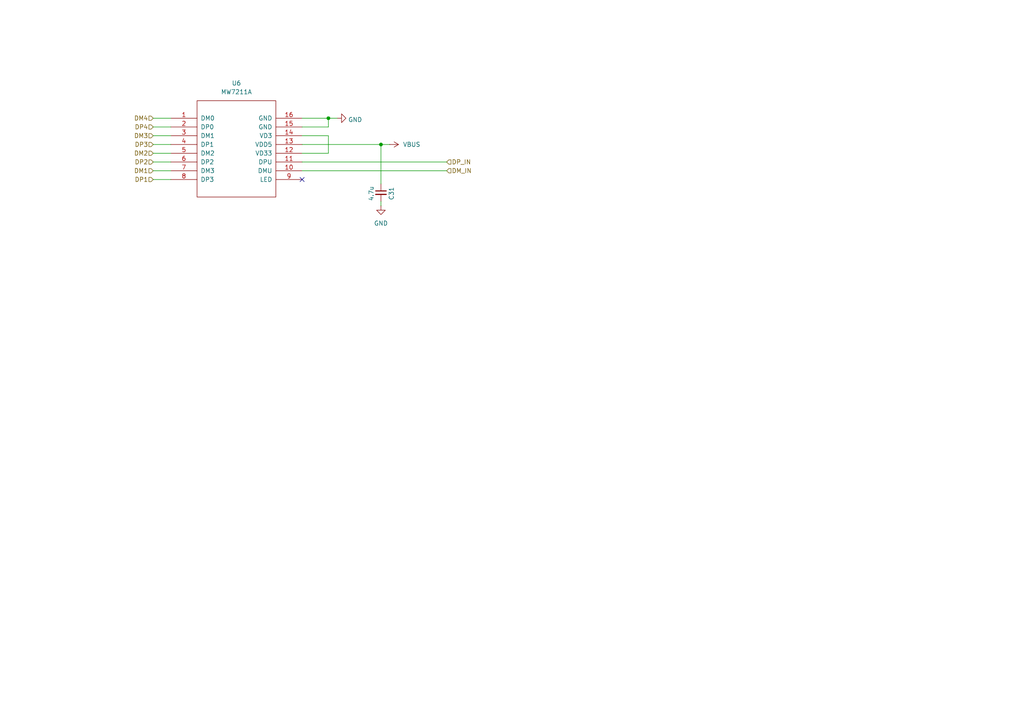
<source format=kicad_sch>
(kicad_sch (version 20250114) (generator "eeschema") (generator_version "9.0")
  (paper "A4")
  (title_block (title "MiniFRANK RM1E") (date "2025-03-24") (rev "1.00") (company "Mikhail Matveev") (comment 1 "https://github.com/xtremespb/frank"))
  (lib_symbols
    (symbol "Device:C_Small" (pin_numbers (hide yes)) (pin_names (offset 0.254) (hide yes))
      (property "Reference" "C" (at 0.254 1.778 0))
      (property "Value" "C_Small" (at 0.254 -2.032 0))
      (symbol "C_Small_0_1"
        (polyline (pts (xy -1.524 0.508) (xy 1.524 0.508)) (stroke (width 0.3048)))
        (polyline (pts (xy -1.524 -0.508) (xy 1.524 -0.508)) (stroke (width 0.3302)))
      )
      (symbol "C_Small_1_1"
        (pin passive line (at 0 2.54 270) (length 2.032) (name "~") (number "1"))
        (pin passive line (at 0 -2.54 90) (length 2.032) (name "~") (number "2"))
      )
    )
    (symbol "FRANK:MW7211A" (pin_names (offset 1.016))
      (property "Reference" "U10" (at 0 19.05 0))
      (property "Value" "MW7211A" (at 0 16.51 0))
      (symbol "MW7211A_1_0"
        (rectangle (start -11.43 -13.97) (end 11.43 13.97))
      )
      (symbol "MW7211A_1_1"
        (pin input line (at -19.05 8.89 0) (length 7.62) (name "DM0") (number "1"))
        (pin input line (at -19.05 6.35 0) (length 7.62) (name "DP0") (number "2"))
        (pin input line (at -19.05 3.81 0) (length 7.62) (name "DM1") (number "3"))
        (pin input line (at -19.05 1.27 0) (length 7.62) (name "DP1") (number "4"))
        (pin input line (at -19.05 -1.27 0) (length 7.62) (name "DM2") (number "5"))
        (pin input line (at -19.05 -3.81 0) (length 7.62) (name "DP2") (number "6"))
        (pin input line (at -19.05 -6.35 0) (length 7.62) (name "DM3") (number "7"))
        (pin input line (at -19.05 -8.89 0) (length 7.62) (name "DP3") (number "8"))
        (pin input line (at 19.05 8.89 180) (length 7.62) (name "GND") (number "16"))
        (pin input line (at 19.05 6.35 180) (length 7.62) (name "GND") (number "15"))
        (pin input line (at 19.05 3.81 180) (length 7.62) (name "VD3") (number "14"))
        (pin input line (at 19.05 1.27 180) (length 7.62) (name "VDD5") (number "13"))
        (pin input line (at 19.05 -1.27 180) (length 7.62) (name "VD33") (number "12"))
        (pin input line (at 19.05 -3.81 180) (length 7.62) (name "DPU") (number "11"))
        (pin input line (at 19.05 -6.35 180) (length 7.62) (name "DMU") (number "10"))
        (pin input line (at 19.05 -8.89 180) (length 7.62) (name "LED") (number "9"))
      )
    )
    (symbol "power:GND" (power) (pin_numbers (hide yes)) (pin_names (offset 0) (hide yes))
      (property "Value" "GND" (at 0 -3.81 0))
      (symbol "GND_0_1"
        (polyline (pts (xy 0 0) (xy 0 -1.27) (xy 1.27 -1.27) (xy 0 -2.54) (xy -1.27 -1.27) (xy 0 -1.27)))
      )
      (symbol "GND_1_1"
        (pin power_in line (at 0 0 270) (length 0) (name "~") (number "1"))
      )
    )
    (symbol "power:VBUS" (power) (pin_numbers (hide yes)) (pin_names (offset 0) (hide yes))
      (property "Value" "VBUS" (at 0 3.556 0))
      (symbol "VBUS_0_1"
        (polyline (pts (xy -0.762 1.27) (xy 0 2.54)))
        (polyline (pts (xy 0 2.54) (xy 0.762 1.27)))
        (polyline (pts (xy 0 0) (xy 0 2.54)))
      )
      (symbol "VBUS_1_1"
        (pin power_in line (at 0 0 90) (length 0) (name "~") (number "1"))
      )
    )
  )
  (junction (at 95.25 34.29))
  (junction (at 110.49 41.91))
  (no_connect (at 87.63 52.07))
  (wire (pts (xy 44.45 41.91) (xy 49.53 41.91)))
  (wire (pts (xy 95.25 39.37) (xy 87.63 39.37)))
  (wire (pts (xy 95.25 34.29) (xy 87.63 34.29)))
  (wire (pts (xy 87.63 44.45) (xy 95.25 44.45)))
  (wire (pts (xy 110.49 59.69) (xy 110.49 58.42)))
  (wire (pts (xy 87.63 41.91) (xy 110.49 41.91)))
  (wire (pts (xy 44.45 39.37) (xy 49.53 39.37)))
  (wire (pts (xy 87.63 36.83) (xy 95.25 36.83)))
  (wire (pts (xy 95.25 44.45) (xy 95.25 39.37)))
  (wire (pts (xy 44.45 44.45) (xy 49.53 44.45)))
  (wire (pts (xy 44.45 34.29) (xy 49.53 34.29)))
  (wire (pts (xy 95.25 36.83) (xy 95.25 34.29)))
  (wire (pts (xy 44.45 49.53) (xy 49.53 49.53)))
  (wire (pts (xy 110.49 41.91) (xy 113.03 41.91)))
  (wire (pts (xy 44.45 46.99) (xy 49.53 46.99)))
  (wire (pts (xy 87.63 46.99) (xy 129.54 46.99)))
  (wire (pts (xy 87.63 49.53) (xy 129.54 49.53)))
  (wire (pts (xy 97.79 34.29) (xy 95.25 34.29)))
  (wire (pts (xy 44.45 52.07) (xy 49.53 52.07)))
  (wire (pts (xy 44.45 36.83) (xy 49.53 36.83)))
  (wire (pts (xy 110.49 41.91) (xy 110.49 53.34)))
  (hierarchical_label "DM2" (shape input) (at 44.45 44.45 180))
  (hierarchical_label "DP3" (shape input) (at 44.45 41.91 180))
  (hierarchical_label "DM_IN" (shape input) (at 129.54 49.53 0))
  (hierarchical_label "DM3" (shape input) (at 44.45 39.37 180))
  (hierarchical_label "DP4" (shape input) (at 44.45 36.83 180))
  (hierarchical_label "DM1" (shape input) (at 44.45 49.53 180))
  (hierarchical_label "DP2" (shape input) (at 44.45 46.99 180))
  (hierarchical_label "DP_IN" (shape input) (at 129.54 46.99 0))
  (hierarchical_label "DP1" (shape input) (at 44.45 52.07 180))
  (hierarchical_label "DM4" (shape input) (at 44.45 34.29 180))
  (symbol (lib_id "power:GND") (at 110.49 59.69 0) (unit 1)
    (property "Reference" "#PWR077" (effects (hide yes)))
    (property "Value" "GND" (at 110.49 64.77 0))
    (property "Description" "Power symbol creates a global label with name \"GND\" , ground" (effects (hide yes)))
  )
  (symbol (lib_id "power:VBUS") (at 113.03 41.91 270) (unit 1)
    (property "Reference" "#PWR076" (effects (hide yes)))
    (property "Value" "VBUS" (at 116.84 41.9099 90) (effects (justify left)))
    (property "Description" "Power symbol creates a global label with name \"VBUS\"" (effects (hide yes)))
  )
  (symbol (lib_id "power:GND") (at 97.79 34.29 90) (unit 1)
    (property "Reference" "#PWR075" (effects (hide yes)))
    (property "Value" "GND" (at 100.965 34.7238 90) (effects (justify right)))
    (property "Description" "Power symbol creates a global label with name \"GND\" , ground" (effects (hide yes)))
  )
  (symbol (lib_id "Device:C_Small") (at 110.49 55.88 0) (unit 1)
    (property "Reference" "C31" (at 113.538 56.134 90))
    (property "Value" "4.7u" (at 107.696 56.134 90))
    (property "Footprint" "FRANK:Capacitor (0805)" (effects (hide yes)))
    (property "Description" "Unpolarized capacitor, small symbol" (effects (hide yes)))
    (property "AliExpress" "https://www.aliexpress.com/item/33008008276.html" (effects (hide yes)))
  )
  (symbol (lib_id "FRANK:MW7211A") (at 68.58 43.18 0) (unit 1)
    (property "Reference" "U6" (at 68.58 24.13 0))
    (property "Value" "MW7211A" (at 68.58 26.67 0))
    (property "Footprint" "FRANK:SOP-16" (effects (hide yes)))
    (property "Datasheet" "file:///Users/A2506402/Downloads/MW7211+USB2.0_FS_HUB_Controller_datasheet_Rev1.2-1.pdf" (effects (hide yes)))
  )
)
</source>
